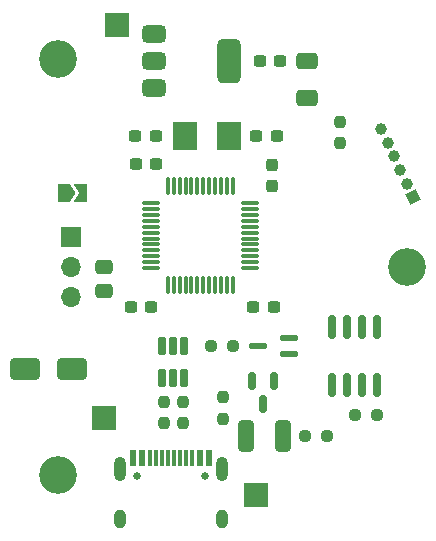
<source format=gbr>
%TF.GenerationSoftware,KiCad,Pcbnew,8.0.6*%
%TF.CreationDate,2024-12-19T11:27:53+03:00*%
%TF.ProjectId,Hall,48616c6c-2e6b-4696-9361-645f70636258,rev?*%
%TF.SameCoordinates,Original*%
%TF.FileFunction,Soldermask,Top*%
%TF.FilePolarity,Negative*%
%FSLAX46Y46*%
G04 Gerber Fmt 4.6, Leading zero omitted, Abs format (unit mm)*
G04 Created by KiCad (PCBNEW 8.0.6) date 2024-12-19 11:27:53*
%MOMM*%
%LPD*%
G01*
G04 APERTURE LIST*
G04 Aperture macros list*
%AMRoundRect*
0 Rectangle with rounded corners*
0 $1 Rounding radius*
0 $2 $3 $4 $5 $6 $7 $8 $9 X,Y pos of 4 corners*
0 Add a 4 corners polygon primitive as box body*
4,1,4,$2,$3,$4,$5,$6,$7,$8,$9,$2,$3,0*
0 Add four circle primitives for the rounded corners*
1,1,$1+$1,$2,$3*
1,1,$1+$1,$4,$5*
1,1,$1+$1,$6,$7*
1,1,$1+$1,$8,$9*
0 Add four rect primitives between the rounded corners*
20,1,$1+$1,$2,$3,$4,$5,0*
20,1,$1+$1,$4,$5,$6,$7,0*
20,1,$1+$1,$6,$7,$8,$9,0*
20,1,$1+$1,$8,$9,$2,$3,0*%
%AMHorizOval*
0 Thick line with rounded ends*
0 $1 width*
0 $2 $3 position (X,Y) of the first rounded end (center of the circle)*
0 $4 $5 position (X,Y) of the second rounded end (center of the circle)*
0 Add line between two ends*
20,1,$1,$2,$3,$4,$5,0*
0 Add two circle primitives to create the rounded ends*
1,1,$1,$2,$3*
1,1,$1,$4,$5*%
%AMRotRect*
0 Rectangle, with rotation*
0 The origin of the aperture is its center*
0 $1 length*
0 $2 width*
0 $3 Rotation angle, in degrees counterclockwise*
0 Add horizontal line*
21,1,$1,$2,0,0,$3*%
%AMFreePoly0*
4,1,6,1.000000,0.000000,0.500000,-0.750000,-0.500000,-0.750000,-0.500000,0.750000,0.500000,0.750000,1.000000,0.000000,1.000000,0.000000,$1*%
%AMFreePoly1*
4,1,6,0.500000,-0.750000,-0.650000,-0.750000,-0.150000,0.000000,-0.650000,0.750000,0.500000,0.750000,0.500000,-0.750000,0.500000,-0.750000,$1*%
G04 Aperture macros list end*
%ADD10C,3.200000*%
%ADD11FreePoly0,0.000000*%
%ADD12FreePoly1,0.000000*%
%ADD13RoundRect,0.150000X-0.150000X0.587500X-0.150000X-0.587500X0.150000X-0.587500X0.150000X0.587500X0*%
%ADD14R,1.700000X1.700000*%
%ADD15O,1.700000X1.700000*%
%ADD16RoundRect,0.250001X-0.799999X-0.799999X0.799999X-0.799999X0.799999X0.799999X-0.799999X0.799999X0*%
%ADD17RoundRect,0.237500X-0.300000X-0.237500X0.300000X-0.237500X0.300000X0.237500X-0.300000X0.237500X0*%
%ADD18RoundRect,0.162500X0.162500X-0.617500X0.162500X0.617500X-0.162500X0.617500X-0.162500X-0.617500X0*%
%ADD19RoundRect,0.237500X0.300000X0.237500X-0.300000X0.237500X-0.300000X-0.237500X0.300000X-0.237500X0*%
%ADD20RoundRect,0.112500X0.637500X-0.112500X0.637500X0.112500X-0.637500X0.112500X-0.637500X-0.112500X0*%
%ADD21RoundRect,0.237500X-0.237500X0.300000X-0.237500X-0.300000X0.237500X-0.300000X0.237500X0.300000X0*%
%ADD22RoundRect,0.237500X-0.250000X-0.237500X0.250000X-0.237500X0.250000X0.237500X-0.250000X0.237500X0*%
%ADD23RoundRect,0.250000X0.475000X-0.337500X0.475000X0.337500X-0.475000X0.337500X-0.475000X-0.337500X0*%
%ADD24RoundRect,0.375000X-0.625000X-0.375000X0.625000X-0.375000X0.625000X0.375000X-0.625000X0.375000X0*%
%ADD25RoundRect,0.500000X-0.500000X-1.400000X0.500000X-1.400000X0.500000X1.400000X-0.500000X1.400000X0*%
%ADD26RoundRect,0.250000X1.000000X0.650000X-1.000000X0.650000X-1.000000X-0.650000X1.000000X-0.650000X0*%
%ADD27RoundRect,0.237500X0.237500X-0.250000X0.237500X0.250000X-0.237500X0.250000X-0.237500X-0.250000X0*%
%ADD28RoundRect,0.250000X0.650000X-0.412500X0.650000X0.412500X-0.650000X0.412500X-0.650000X-0.412500X0*%
%ADD29C,0.650000*%
%ADD30R,0.600000X1.450000*%
%ADD31R,0.300000X1.450000*%
%ADD32O,1.000000X2.100000*%
%ADD33O,1.000000X1.600000*%
%ADD34R,2.000000X2.400000*%
%ADD35RoundRect,0.250000X0.400000X1.075000X-0.400000X1.075000X-0.400000X-1.075000X0.400000X-1.075000X0*%
%ADD36RoundRect,0.075000X-0.075000X0.662500X-0.075000X-0.662500X0.075000X-0.662500X0.075000X0.662500X0*%
%ADD37RoundRect,0.075000X-0.662500X0.075000X-0.662500X-0.075000X0.662500X-0.075000X0.662500X0.075000X0*%
%ADD38RoundRect,0.150000X-0.150000X0.825000X-0.150000X-0.825000X0.150000X-0.825000X0.150000X0.825000X0*%
%ADD39RotRect,1.000000X1.000000X25.000000*%
%ADD40HorizOval,1.000000X0.000000X0.000000X0.000000X0.000000X0*%
G04 APERTURE END LIST*
D10*
%TO.C,H3*%
X60444919Y-66632809D03*
%TD*%
D11*
%TO.C,JP1*%
X60907000Y-42799000D03*
D12*
X62357000Y-42799000D03*
%TD*%
D13*
%TO.C,D1*%
X78740000Y-58724800D03*
X76840000Y-58724800D03*
X77790000Y-60599800D03*
%TD*%
D14*
%TO.C,J3*%
X61500000Y-46500000D03*
D15*
X61500000Y-49040000D03*
X61500000Y-51580000D03*
%TD*%
D16*
%TO.C,J4*%
X77216000Y-68376800D03*
%TD*%
D17*
%TO.C,C7*%
X77523000Y-31623000D03*
X79248000Y-31623000D03*
%TD*%
D16*
%TO.C,J5*%
X65405000Y-28575000D03*
%TD*%
D18*
%TO.C,U3*%
X69220000Y-58453000D03*
X70170000Y-58453000D03*
X71120000Y-58453000D03*
X71120000Y-55753000D03*
X70170000Y-55753000D03*
X69220000Y-55753000D03*
%TD*%
D19*
%TO.C,C8*%
X68323800Y-52425600D03*
X66598800Y-52425600D03*
%TD*%
D20*
%TO.C,Q1*%
X80019200Y-56377600D03*
X80019200Y-55077600D03*
X77359200Y-55727600D03*
%TD*%
D19*
%TO.C,C2*%
X68707000Y-37973000D03*
X66982000Y-37973000D03*
%TD*%
D21*
%TO.C,C5*%
X78587600Y-40439000D03*
X78587600Y-42164000D03*
%TD*%
D22*
%TO.C,R5*%
X73407900Y-55727600D03*
X75232900Y-55727600D03*
%TD*%
D23*
%TO.C,C3*%
X64363600Y-51097000D03*
X64363600Y-49022000D03*
%TD*%
D16*
%TO.C,J2*%
X64363600Y-61823600D03*
%TD*%
D24*
%TO.C,U2*%
X68605000Y-29323000D03*
X68605000Y-31623000D03*
D25*
X74905000Y-31623000D03*
D24*
X68605000Y-33923000D03*
%TD*%
D26*
%TO.C,D2*%
X61658000Y-57658000D03*
X57658000Y-57658000D03*
%TD*%
D27*
%TO.C,R1*%
X84277200Y-38557200D03*
X84277200Y-36732200D03*
%TD*%
D22*
%TO.C,R7*%
X85599900Y-61569600D03*
X87424900Y-61569600D03*
%TD*%
D28*
%TO.C,C9*%
X81534000Y-34748000D03*
X81534000Y-31623000D03*
%TD*%
D29*
%TO.C,J6*%
X67110000Y-66695000D03*
X72890000Y-66695000D03*
D30*
X66750000Y-65250000D03*
X67550000Y-65250000D03*
D31*
X68750000Y-65250000D03*
X69750000Y-65250000D03*
X70250000Y-65250000D03*
X71250000Y-65250000D03*
D30*
X72450000Y-65250000D03*
X73250000Y-65250000D03*
X73250000Y-65250000D03*
X72450000Y-65250000D03*
D31*
X71750000Y-65250000D03*
X70750000Y-65250000D03*
X69250000Y-65250000D03*
X68250000Y-65250000D03*
D30*
X67550000Y-65250000D03*
X66750000Y-65250000D03*
D32*
X65680000Y-66165000D03*
D33*
X65680000Y-70345000D03*
D32*
X74320000Y-66165000D03*
D33*
X74320000Y-70345000D03*
%TD*%
D27*
%TO.C,R4*%
X69392800Y-62280800D03*
X69392800Y-60455800D03*
%TD*%
D34*
%TO.C,Y1*%
X74875000Y-37973000D03*
X71175000Y-37973000D03*
%TD*%
D19*
%TO.C,C6*%
X78687000Y-52425600D03*
X76962000Y-52425600D03*
%TD*%
D17*
%TO.C,C1*%
X77216000Y-37973000D03*
X78941000Y-37973000D03*
%TD*%
D10*
%TO.C,H1*%
X60445087Y-31467095D03*
%TD*%
%TO.C,H2*%
X89976175Y-49050000D03*
%TD*%
D27*
%TO.C,R3*%
X71018400Y-62280800D03*
X71018400Y-60455800D03*
%TD*%
D22*
%TO.C,R8*%
X81385400Y-63347600D03*
X83210400Y-63347600D03*
%TD*%
D35*
%TO.C,R6*%
X79451200Y-63347600D03*
X76351200Y-63347600D03*
%TD*%
D36*
%TO.C,U1*%
X75241600Y-42217900D03*
X74741600Y-42217900D03*
X74241600Y-42217900D03*
X73741600Y-42217900D03*
X73241600Y-42217900D03*
X72741600Y-42217900D03*
X72241600Y-42217900D03*
X71741600Y-42217900D03*
X71241600Y-42217900D03*
X70741600Y-42217900D03*
X70241600Y-42217900D03*
X69741600Y-42217900D03*
D37*
X68329100Y-43630400D03*
X68329100Y-44130400D03*
X68329100Y-44630400D03*
X68329100Y-45130400D03*
X68329100Y-45630400D03*
X68329100Y-46130400D03*
X68329100Y-46630400D03*
X68329100Y-47130400D03*
X68329100Y-47630400D03*
X68329100Y-48130400D03*
X68329100Y-48630400D03*
X68329100Y-49130400D03*
D36*
X69741600Y-50542900D03*
X70241600Y-50542900D03*
X70741600Y-50542900D03*
X71241600Y-50542900D03*
X71741600Y-50542900D03*
X72241600Y-50542900D03*
X72741600Y-50542900D03*
X73241600Y-50542900D03*
X73741600Y-50542900D03*
X74241600Y-50542900D03*
X74741600Y-50542900D03*
X75241600Y-50542900D03*
D37*
X76654100Y-49130400D03*
X76654100Y-48630400D03*
X76654100Y-48130400D03*
X76654100Y-47630400D03*
X76654100Y-47130400D03*
X76654100Y-46630400D03*
X76654100Y-46130400D03*
X76654100Y-45630400D03*
X76654100Y-45130400D03*
X76654100Y-44630400D03*
X76654100Y-44130400D03*
X76654100Y-43630400D03*
%TD*%
D17*
%TO.C,C4*%
X67007400Y-40335200D03*
X68732400Y-40335200D03*
%TD*%
D27*
%TO.C,R9*%
X74371200Y-61870600D03*
X74371200Y-60045600D03*
%TD*%
D38*
%TO.C,U4*%
X87426800Y-54079600D03*
X86156800Y-54079600D03*
X84886800Y-54079600D03*
X83616800Y-54079600D03*
X83616800Y-59029600D03*
X84886800Y-59029600D03*
X86156800Y-59029600D03*
X87426800Y-59029600D03*
%TD*%
D39*
%TO.C,J1*%
X90510175Y-43127834D03*
D40*
X89973450Y-41976823D03*
X89436725Y-40825812D03*
X88900000Y-39674800D03*
X88363274Y-38523790D03*
X87826549Y-37372780D03*
%TD*%
M02*

</source>
